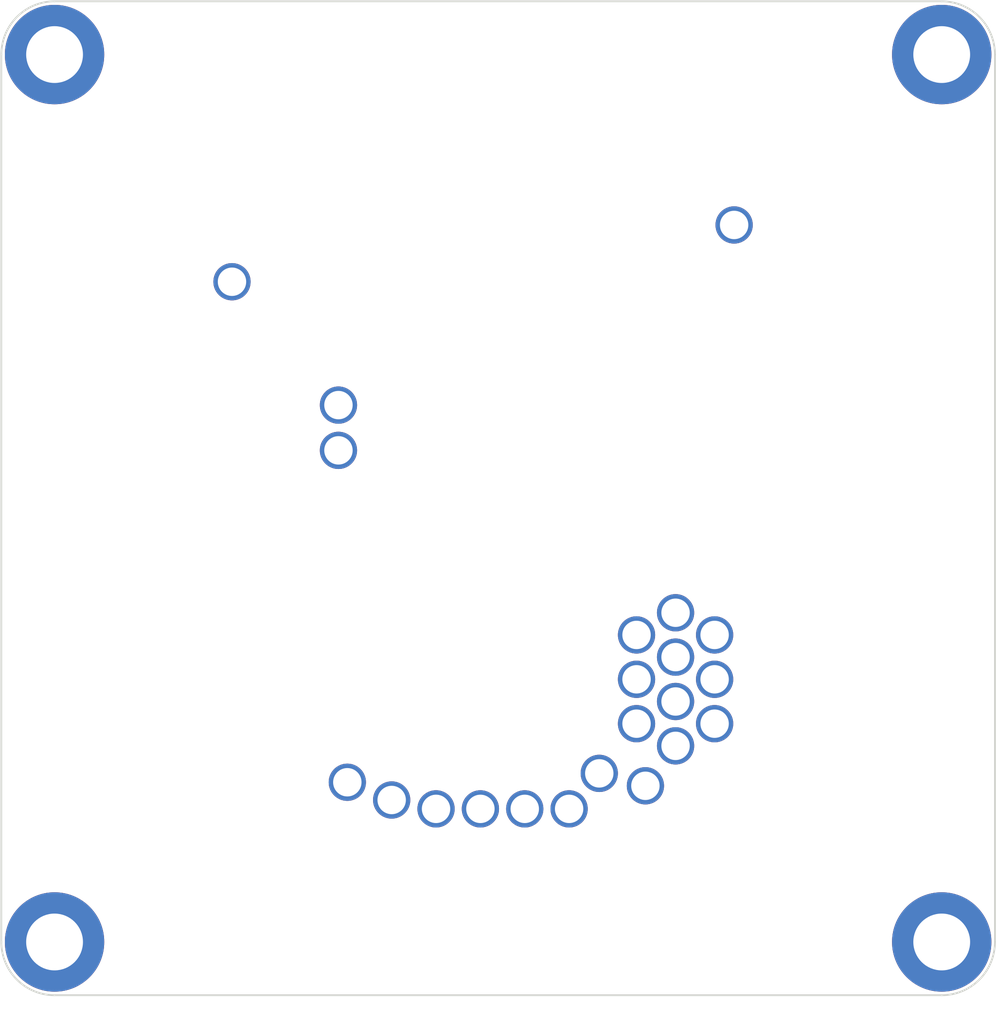
<source format=kicad_pcb>
(kicad_pcb (version 20221018) (generator pcbnew)
  (layers (0 "F.Cu" signal) (31 "B.Cu" signal) (34 "B.Paste" user) (35 "F.Paste" user) (36 "B.SilkS" user "B.Silkscreen") (37 "F.SilkS" user "F.Silkscreen") (38 "B.Mask" user) (39 "F.Mask" user) (44 "Edge.Cuts" user))
  (net 0 "")
  (footprint "watch_footprints:Pogo_Pin_8mm" (layer "F.Cu") (at 160 104.45)
    (fp_text reference "PP116" hide)
    (fp_text value "Pogo_Pin_8mm")
    (pad "1" thru_hole circle locked (at 0 0) (size 2.1 2.1) (drill 1.6) (layers "*.Cu" "*.Mask"))
  )
  (footprint "MountingHole:MountingHole_3.2mm_M3_DIN965_Pad_TopBottom" (layer "F.Cu") (at 175 68)
    (fp_text reference "H101" hide)
    (fp_text value "M3")
    (pad "1" thru_hole circle locked (at 0 0) (size 3.6 3.6) (drill 3.2) (layers "*.Cu" "*.Mask"))
    (pad "1" connect circle locked (at 0 0) (size 5.6 5.6) (layers "F.Cu" "F.Mask"))
    (pad "1" connect circle locked (at 0 0) (size 5.6 5.6) (layers "B.Cu" "B.Mask"))
  )
  (footprint "watch_footprints:Pogo_Pin_8mm" (layer "F.Cu") (at 157.8 103.2)
    (fp_text reference "PP122" hide)
    (fp_text value "Pogo_Pin_8mm")
    (pad "1" thru_hole circle locked (at 0 0) (size 2.1 2.1) (drill 1.6) (layers "*.Cu" "*.Mask"))
  )
  (footprint "watch_footprints:Pogo_Pin_8mm" (layer "F.Cu") (at 160 106.95)
    (fp_text reference "PP109" hide)
    (fp_text value "Pogo_Pin_8mm")
    (pad "1" thru_hole circle locked (at 0 0) (size 2.1 2.1) (drill 1.6) (layers "*.Cu" "*.Mask"))
  )
  (footprint "watch_footprints:Pogo_Pin_8mm" (layer "F.Cu") (at 141 90.3)
    (fp_text reference "PP113" hide)
    (fp_text value "Pogo_Pin_8mm")
    (pad "1" thru_hole circle locked (at 0 0) (size 2.1 2.1) (drill 1.6) (layers "*.Cu" "*.Mask"))
  )
  (footprint "watch_footprints:Pogo_Pin_8mm" (layer "F.Cu") (at 141 87.75)
    (fp_text reference "PP119" hide)
    (fp_text value "Pogo_Pin_8mm")
    (pad "1" thru_hole circle locked (at 0 0) (size 2.1 2.1) (drill 1.6) (layers "*.Cu" "*.Mask"))
  )
  (footprint "watch_footprints:Pogo_Pin_8mm" (layer "F.Cu") (at 160 101.95)
    (fp_text reference "PP121" hide)
    (fp_text value "Pogo_Pin_8mm")
    (pad "1" thru_hole circle locked (at 0 0) (size 2.1 2.1) (drill 1.6) (layers "*.Cu" "*.Mask"))
  )
  (footprint "watch_footprints:Pogo_Pin_8mm" (layer "F.Cu") (at 160 99.45)
    (fp_text reference "PP120" hide)
    (fp_text value "Pogo_Pin_8mm")
    (pad "1" thru_hole circle locked (at 0 0) (size 2.1 2.1) (drill 1.6) (layers "*.Cu" "*.Mask"))
  )
  (footprint "MountingHole:MountingHole_3.2mm_M3_DIN965_Pad_TopBottom" (layer "F.Cu") (at 125 68)
    (fp_text reference "H102" hide)
    (fp_text value "M3")
    (pad "1" thru_hole circle locked (at 0 0) (size 3.6 3.6) (drill 3.2) (layers "*.Cu" "*.Mask"))
    (pad "1" connect circle locked (at 0 0) (size 5.6 5.6) (layers "F.Cu" "F.Mask"))
    (pad "1" connect circle locked (at 0 0) (size 5.6 5.6) (layers "B.Cu" "B.Mask"))
  )
  (footprint "MountingHole:MountingHole_3.2mm_M3_DIN965_Pad_TopBottom" (layer "F.Cu") (at 125 118)
    (fp_text reference "H103" hide)
    (fp_text value "M3")
    (pad "1" thru_hole circle locked (at 0 0) (size 3.6 3.6) (drill 3.2) (layers "*.Cu" "*.Mask"))
    (pad "1" connect circle locked (at 0 0) (size 5.6 5.6) (layers "F.Cu" "F.Mask"))
    (pad "1" connect circle locked (at 0 0) (size 5.6 5.6) (layers "B.Cu" "B.Mask"))
  )
  (footprint "watch_footprints:Pogo_Pin_8mm" (layer "F.Cu") (at 162.2 103.2)
    (fp_text reference "PP110" hide)
    (fp_text value "Pogo_Pin_8mm")
    (pad "1" thru_hole circle locked (at 0 0) (size 2.1 2.1) (drill 1.6) (layers "*.Cu" "*.Mask"))
  )
  (footprint "watch_footprints:Pogo_Pin_8mm" (layer "F.Cu") (at 149 110.5)
    (fp_text reference "PP118" hide)
    (fp_text value "Pogo_Pin_8mm")
    (pad "1" thru_hole circle locked (at 0 0) (size 2.1 2.1) (drill 1.6) (layers "*.Cu" "*.Mask"))
  )
  (footprint "watch_footprints:Pogo_Pin_8mm" (layer "F.Cu") (at 157.8 100.7)
    (fp_text reference "PP108" hide)
    (fp_text value "Pogo_Pin_8mm")
    (pad "1" thru_hole circle locked (at 0 0) (size 2.1 2.1) (drill 1.6) (layers "*.Cu" "*.Mask"))
  )
  (footprint "watch_footprints:Pogo_Pin_8mm" (layer "F.Cu") (at 146.5 110.5)
    (fp_text reference "PP112" hide)
    (fp_text value "Pogo_Pin_8mm")
    (pad "1" thru_hole circle locked (at 0 0) (size 2.1 2.1) (drill 1.6) (layers "*.Cu" "*.Mask"))
  )
  (footprint "watch_footprints:Pogo_Pin_8mm" (layer "F.Cu") (at 141.5 109)
    (fp_text reference "PP104" hide)
    (fp_text value "Pogo_Pin_8mm")
    (pad "1" thru_hole circle locked (at 0 0) (size 2.1 2.1) (drill 1.6) (layers "*.Cu" "*.Mask"))
  )
  (footprint "watch_footprints:Pogo_Pin_8mm" (layer "F.Cu") (at 144 110)
    (fp_text reference "PP106" hide)
    (fp_text value "Pogo_Pin_8mm")
    (pad "1" thru_hole circle locked (at 0 0) (size 2.1 2.1) (drill 1.6) (layers "*.Cu" "*.Mask"))
  )
  (footprint "watch_footprints:Pogo_Pin_8mm" (layer "F.Cu") (at 151.5 110.5)
    (fp_text reference "PP105" hide)
    (fp_text value "Pogo_Pin_8mm")
    (pad "1" thru_hole circle locked (at 0 0) (size 2.1 2.1) (drill 1.6) (layers "*.Cu" "*.Mask"))
  )
  (footprint "watch_footprints:Pogo_Pin_8mm" (layer "F.Cu") (at 162.2 100.7)
    (fp_text reference "PP114" hide)
    (fp_text value "Pogo_Pin_8mm")
    (pad "1" thru_hole circle locked (at 0 0) (size 2.1 2.1) (drill 1.6) (layers "*.Cu" "*.Mask"))
  )
  (footprint "watch_footprints:Pogo_Pin_8mm" (layer "F.Cu") (at 157.8 105.7)
    (fp_text reference "PP115" hide)
    (fp_text value "Pogo_Pin_8mm")
    (pad "1" thru_hole circle locked (at 0 0) (size 2.1 2.1) (drill 1.6) (layers "*.Cu" "*.Mask"))
  )
  (footprint "watch_footprints:Pogo_Pin_8mm" (layer "F.Cu") (at 155.7 108.5)
    (fp_text reference "PP103" hide)
    (fp_text value "Pogo_Pin_8mm")
    (pad "1" thru_hole circle locked (at 0 0) (size 2.1 2.1) (drill 1.6) (layers "*.Cu" "*.Mask"))
  )
  (footprint "MountingHole:MountingHole_3.2mm_M3_DIN965_Pad_TopBottom" (layer "F.Cu") (at 175 118)
    (fp_text reference "H104" hide)
    (fp_text value "M3")
    (pad "1" thru_hole circle locked (at 0 0) (size 3.6 3.6) (drill 3.2) (layers "*.Cu" "*.Mask"))
    (pad "1" connect circle locked (at 0 0) (size 5.6 5.6) (layers "F.Cu" "F.Mask"))
    (pad "1" connect circle locked (at 0 0) (size 5.6 5.6) (layers "B.Cu" "B.Mask"))
  )
  (footprint "watch_footprints:Pogo_Pin_8mm" (layer "F.Cu") (at 158.3 109.2)
    (fp_text reference "PP117" hide)
    (fp_text value "Pogo_Pin_8mm")
    (pad "1" thru_hole circle locked (at 0 0) (size 2.1 2.1) (drill 1.6) (layers "*.Cu" "*.Mask"))
  )
  (footprint "watch_footprints:Pogo_Pin_8mm" (layer "F.Cu") (at 154 110.5)
    (fp_text reference "PP111" hide)
    (fp_text value "Pogo_Pin_8mm")
    (pad "1" thru_hole circle locked (at 0 0) (size 2.1 2.1) (drill 1.6) (layers "*.Cu" "*.Mask"))
  )
  (footprint "watch_footprints:Pogo_Pin_8mm" (layer "F.Cu") (at 162.2 105.7)
    (fp_text reference "PP102" hide)
    (fp_text value "Pogo_Pin_8mm")
    (pad "1" thru_hole circle locked (at 0 0) (size 2.1 2.1) (drill 1.6) (layers "*.Cu" "*.Mask"))
  )
  (footprint "watch_footprints:Pogo_Pin_8mm" (layer "F.Cu") (at 135 80.8)
    (fp_text reference "PP101" hide)
    (fp_text value "Pogo_Pin_8mm")
    (pad "1" thru_hole circle locked (at 0 0) (size 2.1 2.1) (drill 1.6) (layers "*.Cu" "*.Mask"))
  )
  (footprint "watch_footprints:Pogo_Pin_8mm" (layer "F.Cu") (at 163.3 77.6)
    (fp_text reference "PP107" hide)
    (fp_text value "Pogo_Pin_8mm")
    (pad "1" thru_hole circle locked (at 0 0) (size 2.1 2.1) (drill 1.6) (layers "*.Cu" "*.Mask"))
  )
  (gr_arc locked (start 175 65) (mid 177.12132 65.87868) (end 178 68) (stroke (width 0.1)) (layer "Edge.Cuts"))
  (gr_line locked (start 125 65) (end 175 65) (stroke (width 0.1)) (layer "Edge.Cuts"))
  (gr_arc locked (start 178 118) (mid 177.12132 120.12132) (end 175 121) (stroke (width 0.1)) (layer "Edge.Cuts"))
  (gr_line locked (start 122 118) (end 122 68) (stroke (width 0.1)) (layer "Edge.Cuts"))
  (gr_line locked (start 175 121) (end 125 121) (stroke (width 0.1)) (layer "Edge.Cuts"))
  (gr_line locked (start 178 68) (end 178 118) (stroke (width 0.1)) (layer "Edge.Cuts"))
  (gr_arc locked (start 122 68) (mid 122.87868 65.87868) (end 125 65) (stroke (width 0.1)) (layer "Edge.Cuts"))
  (gr_arc locked (start 125 121) (mid 122.87868 120.12132) (end 122 118) (stroke (width 0.1)) (layer "Edge.Cuts"))
)
</source>
